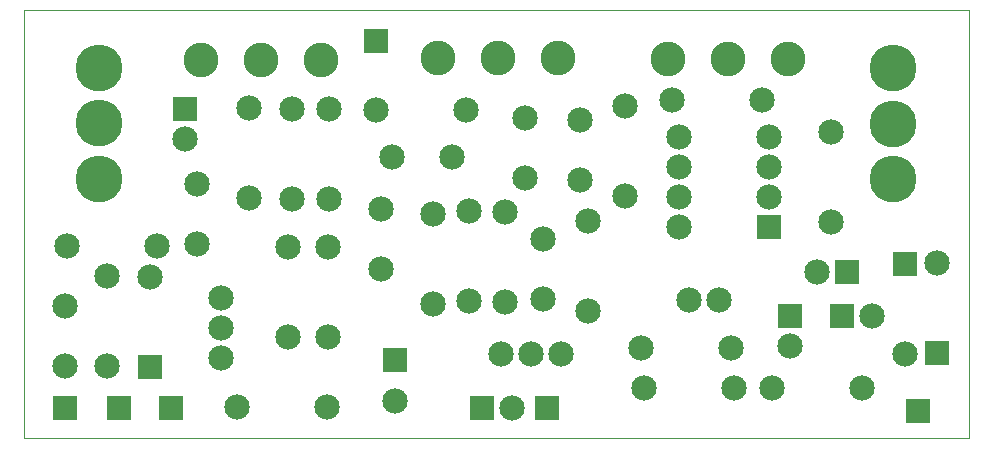
<source format=gbs>
G75*
%MOIN*%
%OFA0B0*%
%FSLAX25Y25*%
%IPPOS*%
%LPD*%
%AMOC8*
5,1,8,0,0,1.08239X$1,22.5*
%
%ADD10C,0.00000*%
%ADD11R,0.08474X0.08474*%
%ADD12C,0.08474*%
%ADD13C,0.11600*%
%ADD14C,0.15624*%
D10*
X0001600Y0001600D02*
X0001600Y0144317D01*
X0316600Y0144317D01*
X0316600Y0001600D01*
X0001600Y0001600D01*
D11*
X0015537Y0011600D03*
X0033352Y0011600D03*
X0050793Y0011600D03*
X0043883Y0025419D03*
X0125537Y0027860D03*
X0154474Y0011600D03*
X0175911Y0011600D03*
X0257072Y0042309D03*
X0274395Y0042466D03*
X0276049Y0056876D03*
X0295301Y0059789D03*
X0250025Y0072033D03*
X0305891Y0029868D03*
X0299868Y0010616D03*
X0055458Y0111206D03*
X0119100Y0134100D03*
D12*
X0119080Y0110931D03*
X0103254Y0111364D03*
X0091128Y0111521D03*
X0076718Y0111600D03*
X0055458Y0101206D03*
X0059317Y0086521D03*
X0076718Y0081600D03*
X0091128Y0081521D03*
X0103254Y0081364D03*
X0120694Y0078096D03*
X0138057Y0076521D03*
X0150183Y0077466D03*
X0161994Y0077191D03*
X0174631Y0068135D03*
X0189868Y0074120D03*
X0202072Y0082387D03*
X0187112Y0087781D03*
X0168647Y0088214D03*
X0144395Y0095380D03*
X0124395Y0095380D03*
X0149080Y0110931D03*
X0168647Y0108214D03*
X0187112Y0107781D03*
X0202072Y0112387D03*
X0217742Y0114513D03*
X0220025Y0102033D03*
X0220025Y0092033D03*
X0220025Y0082033D03*
X0220025Y0072033D03*
X0250025Y0082033D03*
X0250025Y0092033D03*
X0250025Y0102033D03*
X0270576Y0103608D03*
X0247742Y0114513D03*
X0270576Y0073608D03*
X0305891Y0059868D03*
X0284395Y0042466D03*
X0295301Y0029789D03*
X0280931Y0018490D03*
X0250931Y0018490D03*
X0238332Y0018450D03*
X0237506Y0031836D03*
X0257072Y0032309D03*
X0233313Y0047702D03*
X0223313Y0047702D03*
X0189868Y0044120D03*
X0174631Y0048135D03*
X0161994Y0047191D03*
X0150183Y0047466D03*
X0138057Y0046521D03*
X0120694Y0058096D03*
X0103096Y0065261D03*
X0089631Y0065261D03*
X0059317Y0066521D03*
X0046009Y0065773D03*
X0029553Y0055537D03*
X0043883Y0055419D03*
X0067269Y0048332D03*
X0067269Y0038332D03*
X0067269Y0028332D03*
X0089631Y0035261D03*
X0103096Y0035261D03*
X0125537Y0014080D03*
X0102633Y0012102D03*
X0072633Y0012102D03*
X0029553Y0025537D03*
X0015537Y0025537D03*
X0015537Y0045537D03*
X0016009Y0065773D03*
X0160793Y0029651D03*
X0170793Y0029651D03*
X0180793Y0029651D03*
X0207506Y0031836D03*
X0208332Y0018450D03*
X0164474Y0011600D03*
X0266049Y0056876D03*
D13*
X0256521Y0128096D03*
X0236521Y0128096D03*
X0216521Y0128096D03*
X0179750Y0128254D03*
X0159750Y0128254D03*
X0139750Y0128254D03*
X0100655Y0127742D03*
X0080655Y0127742D03*
X0060655Y0127742D03*
D14*
X0026600Y0125100D03*
X0026600Y0106600D03*
X0026600Y0088100D03*
X0291285Y0087883D03*
X0291285Y0106383D03*
X0291285Y0124883D03*
M02*

</source>
